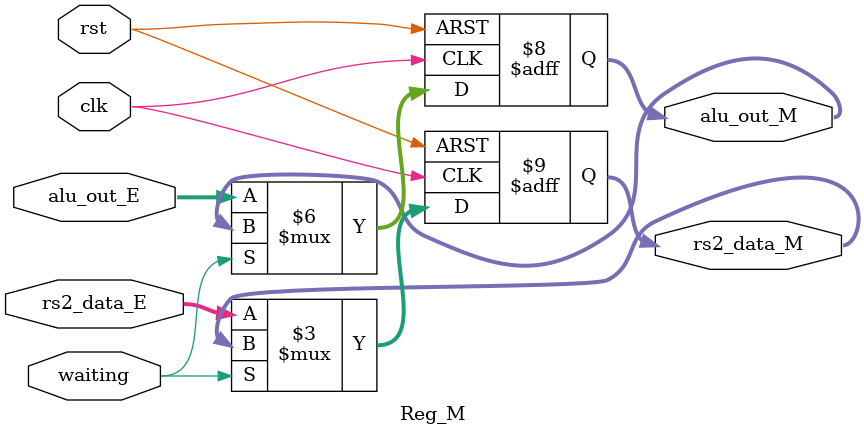
<source format=v>
module Reg_M(
    input clk,
    input rst,
    input [63:0] alu_out_E,
    input [63:0] rs2_data_E,
    //
    input waiting,
    //
    output reg [63:0] alu_out_M,
    output reg [63:0] rs2_data_M
);
    always @(posedge clk or posedge rst) begin
        if(rst) begin
            alu_out_M <= 64'd0;
            rs2_data_M <= 64'd0;
        end
        else begin
            if(waiting) begin
                alu_out_M <= alu_out_M;
                rs2_data_M <= rs2_data_M;
            end
            else begin
                alu_out_M <= alu_out_E;
                rs2_data_M <= rs2_data_E;  
            end
        end
    end
endmodule
</source>
